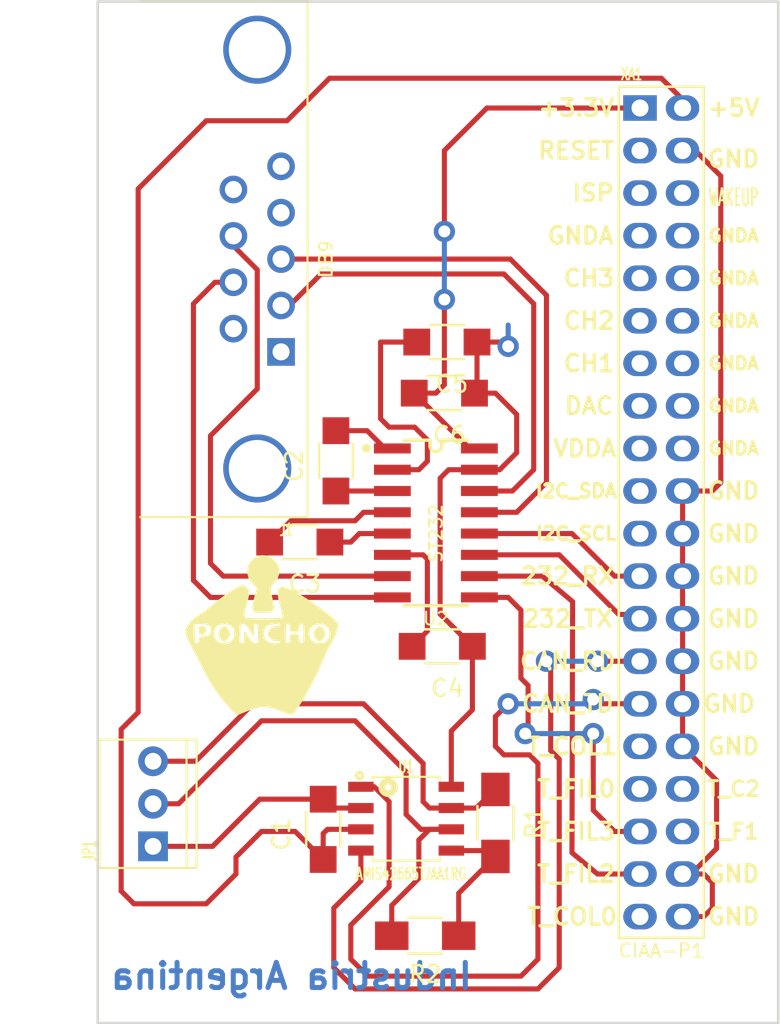
<source format=kicad_pcb>
(kicad_pcb (version 4) (host pcbnew 4.0.0-rc2-stable)

  (general
    (links 44)
    (no_connects 0)
    (area 137.719999 92.634999 178.510001 153.745001)
    (thickness 1.6)
    (drawings 5)
    (tracks 205)
    (zones 0)
    (modules 14)
    (nets 49)
  )

  (page A4)
  (layers
    (0 F.Cu signal)
    (31 B.Cu signal)
    (32 B.Adhes user)
    (33 F.Adhes user)
    (34 B.Paste user)
    (35 F.Paste user)
    (36 B.SilkS user)
    (37 F.SilkS user)
    (38 B.Mask user)
    (39 F.Mask user)
    (40 Dwgs.User user)
    (41 Cmts.User user)
    (42 Eco1.User user)
    (43 Eco2.User user)
    (44 Edge.Cuts user)
    (45 Margin user)
    (46 B.CrtYd user)
    (47 F.CrtYd user)
    (48 B.Fab user)
    (49 F.Fab user)
  )

  (setup
    (last_trace_width 0.3048)
    (user_trace_width 0.3048)
    (trace_clearance 0.3048)
    (zone_clearance 0.508)
    (zone_45_only yes)
    (trace_min 0.3048)
    (segment_width 0.2)
    (edge_width 0.15)
    (via_size 1.27)
    (via_drill 0.7112)
    (via_min_size 0.4)
    (via_min_drill 0.3)
    (user_via 1.27 0.7112)
    (uvia_size 0.3)
    (uvia_drill 0.1)
    (uvias_allowed no)
    (uvia_min_size 0.2)
    (uvia_min_drill 0.1)
    (pcb_text_width 0.3)
    (pcb_text_size 1.5 1.5)
    (mod_edge_width 0.15)
    (mod_text_size 1 1)
    (mod_text_width 0.15)
    (pad_size 1.524 1.524)
    (pad_drill 0.762)
    (pad_to_mask_clearance 0.2)
    (aux_axis_origin 0 0)
    (visible_elements 7FFFFFFF)
    (pcbplotparams
      (layerselection 0x00030_80000001)
      (usegerberextensions false)
      (excludeedgelayer true)
      (linewidth 0.100000)
      (plotframeref false)
      (viasonmask false)
      (mode 1)
      (useauxorigin false)
      (hpglpennumber 1)
      (hpglpenspeed 20)
      (hpglpendiameter 15)
      (hpglpenoverlay 2)
      (psnegative false)
      (psa4output false)
      (plotreference true)
      (plotvalue true)
      (plotinvisibletext false)
      (padsonsilk false)
      (subtractmaskfromsilk false)
      (outputformat 1)
      (mirror false)
      (drillshape 1)
      (scaleselection 1)
      (outputdirectory ""))
  )

  (net 0 "")
  (net 1 GND)
  (net 2 +5V)
  (net 3 "Net-(C2-Pad1)")
  (net 4 "Net-(C2-Pad2)")
  (net 5 "Net-(C3-Pad1)")
  (net 6 "Net-(C3-Pad2)")
  (net 7 "Net-(C4-Pad1)")
  (net 8 "Net-(C5-Pad1)")
  (net 9 +3.3V)
  (net 10 "Net-(J1-Pad1)")
  (net 11 "Net-(J1-Pad2)")
  (net 12 "Net-(J1-Pad3)")
  (net 13 "Net-(J1-Pad4)")
  (net 14 "Net-(J1-Pad6)")
  (net 15 "Net-(J1-Pad7)")
  (net 16 "Net-(J1-Pad8)")
  (net 17 "Net-(J1-Pad9)")
  (net 18 "Net-(JP1-Pad2)")
  (net 19 "Net-(JP1-Pad3)")
  (net 20 "Net-(R1-Pad2)")
  (net 21 /conector/CAN_TX)
  (net 22 /conector/CAN_RX)
  (net 23 /conector/RTS)
  (net 24 /conector/CTS)
  (net 25 /conector/RXD)
  (net 26 /conector/TXD)
  (net 27 "Net-(XA1-Pad11)")
  (net 28 "Net-(XA1-Pad13)")
  (net 29 "Net-(XA1-Pad6)")
  (net 30 "Net-(XA1-Pad15)")
  (net 31 "Net-(XA1-Pad8)")
  (net 32 "Net-(XA1-Pad17)")
  (net 33 "Net-(XA1-Pad10)")
  (net 34 "Net-(XA1-Pad19)")
  (net 35 "Net-(XA1-Pad12)")
  (net 36 "Net-(XA1-Pad21)")
  (net 37 "Net-(XA1-Pad14)")
  (net 38 "Net-(XA1-Pad16)")
  (net 39 "Net-(XA1-Pad18)")
  (net 40 "Net-(XA1-Pad31)")
  (net 41 "Net-(XA1-Pad33)")
  (net 42 "Net-(XA1-Pad34)")
  (net 43 "Net-(XA1-Pad36)")
  (net 44 "Net-(XA1-Pad3)")
  (net 45 "Net-(XA1-Pad5)")
  (net 46 "Net-(XA1-Pad7)")
  (net 47 "Net-(XA1-Pad9)")
  (net 48 "Net-(XA1-Pad39)")

  (net_class Default "Este es el tipo de red por defecto."
    (clearance 0.3048)
    (trace_width 0.3048)
    (via_dia 1.27)
    (via_drill 0.7112)
    (uvia_dia 0.3)
    (uvia_drill 0.1)
    (add_net +3.3V)
    (add_net +5V)
    (add_net /conector/CAN_RX)
    (add_net /conector/CAN_TX)
    (add_net /conector/CTS)
    (add_net /conector/RTS)
    (add_net /conector/RXD)
    (add_net /conector/TXD)
    (add_net GND)
    (add_net "Net-(C2-Pad1)")
    (add_net "Net-(C2-Pad2)")
    (add_net "Net-(C3-Pad1)")
    (add_net "Net-(C3-Pad2)")
    (add_net "Net-(C4-Pad1)")
    (add_net "Net-(C5-Pad1)")
    (add_net "Net-(J1-Pad1)")
    (add_net "Net-(J1-Pad2)")
    (add_net "Net-(J1-Pad3)")
    (add_net "Net-(J1-Pad4)")
    (add_net "Net-(J1-Pad6)")
    (add_net "Net-(J1-Pad7)")
    (add_net "Net-(J1-Pad8)")
    (add_net "Net-(J1-Pad9)")
    (add_net "Net-(JP1-Pad2)")
    (add_net "Net-(JP1-Pad3)")
    (add_net "Net-(R1-Pad2)")
    (add_net "Net-(XA1-Pad10)")
    (add_net "Net-(XA1-Pad11)")
    (add_net "Net-(XA1-Pad12)")
    (add_net "Net-(XA1-Pad13)")
    (add_net "Net-(XA1-Pad14)")
    (add_net "Net-(XA1-Pad15)")
    (add_net "Net-(XA1-Pad16)")
    (add_net "Net-(XA1-Pad17)")
    (add_net "Net-(XA1-Pad18)")
    (add_net "Net-(XA1-Pad19)")
    (add_net "Net-(XA1-Pad21)")
    (add_net "Net-(XA1-Pad3)")
    (add_net "Net-(XA1-Pad31)")
    (add_net "Net-(XA1-Pad33)")
    (add_net "Net-(XA1-Pad34)")
    (add_net "Net-(XA1-Pad36)")
    (add_net "Net-(XA1-Pad39)")
    (add_net "Net-(XA1-Pad5)")
    (add_net "Net-(XA1-Pad6)")
    (add_net "Net-(XA1-Pad7)")
    (add_net "Net-(XA1-Pad8)")
    (add_net "Net-(XA1-Pad9)")
  )

  (module ej2:Logo_Poncho (layer F.Cu) (tedit 560DAFF4) (tstamp 565EF292)
    (at 147.574 130.556)
    (fp_text reference G*** (at 0.127 5.588) (layer F.SilkS) hide
      (effects (font (thickness 0.3)))
    )
    (fp_text value LOGO (at 0.762 7.493) (layer F.SilkS) hide
      (effects (font (thickness 0.3)))
    )
    (fp_poly (pts (xy 4.535714 -0.627021) (xy 4.498746 -0.420109) (xy 4.405012 -0.1352) (xy 4.280272 0.162897)
      (xy 4.150281 0.409374) (xy 4.123376 0.447413) (xy 4.123376 -0.123701) (xy 4.058326 -0.436938)
      (xy 3.869112 -0.644378) (xy 3.564639 -0.737671) (xy 3.463636 -0.742208) (xy 3.129516 -0.681223)
      (xy 2.908248 -0.503835) (xy 2.808734 -0.218392) (xy 2.803896 -0.123701) (xy 2.868946 0.189536)
      (xy 3.058159 0.396975) (xy 3.362633 0.490269) (xy 3.463636 0.494805) (xy 3.797606 0.436492)
      (xy 3.958441 0.32987) (xy 4.092315 0.09203) (xy 4.123376 -0.123701) (xy 4.123376 0.447413)
      (xy 4.089856 0.494805) (xy 4.013749 0.621925) (xy 3.89522 0.861365) (xy 3.753792 1.172585)
      (xy 3.672876 1.360714) (xy 3.421635 1.929272) (xy 3.149718 2.496808) (xy 2.869494 3.041693)
      (xy 2.593334 3.542296) (xy 2.556493 3.603955) (xy 2.556493 -0.123701) (xy 2.552598 -0.439936)
      (xy 2.534834 -0.625484) (xy 2.494089 -0.714524) (xy 2.421247 -0.741238) (xy 2.391558 -0.742208)
      (xy 2.270831 -0.703329) (xy 2.228325 -0.558669) (xy 2.226623 -0.494805) (xy 2.206189 -0.31957)
      (xy 2.109798 -0.254982) (xy 1.97922 -0.247402) (xy 1.803985 -0.267837) (xy 1.739397 -0.364227)
      (xy 1.731818 -0.494805) (xy 1.705898 -0.675896) (xy 1.609459 -0.739655) (xy 1.566883 -0.742208)
      (xy 1.482553 -0.727599) (xy 1.433074 -0.660988) (xy 1.40933 -0.508193) (xy 1.402206 -0.235036)
      (xy 1.401948 -0.123701) (xy 1.405843 0.192533) (xy 1.423606 0.378081) (xy 1.464351 0.467122)
      (xy 1.537193 0.493835) (xy 1.566883 0.494805) (xy 1.680559 0.462518) (xy 1.726426 0.336472)
      (xy 1.731818 0.206169) (xy 1.745609 0.012245) (xy 1.815564 -0.067294) (xy 1.97922 -0.082467)
      (xy 2.145441 -0.066377) (xy 2.213617 0.015237) (xy 2.226623 0.206169) (xy 2.245073 0.405103)
      (xy 2.317099 0.48537) (xy 2.391558 0.494805) (xy 2.475887 0.480197) (xy 2.525367 0.413586)
      (xy 2.549111 0.260791) (xy 2.556234 -0.012366) (xy 2.556493 -0.123701) (xy 2.556493 3.603955)
      (xy 2.33361 3.976986) (xy 2.102692 4.324132) (xy 1.912952 4.562103) (xy 1.781691 4.667512)
      (xy 1.660102 4.654002) (xy 1.438445 4.580892) (xy 1.163465 4.463746) (xy 1.154545 4.459546)
      (xy 1.154545 0.36149) (xy 1.110706 0.268405) (xy 0.956623 0.266159) (xy 0.938776 0.269422)
      (xy 0.717011 0.243945) (xy 0.523128 0.11531) (xy 0.417755 -0.07121) (xy 0.412337 -0.123701)
      (xy 0.484303 -0.318602) (xy 0.658393 -0.472009) (xy 0.871896 -0.536691) (xy 0.949632 -0.528355)
      (xy 1.105982 -0.515384) (xy 1.154279 -0.597467) (xy 1.154545 -0.609566) (xy 1.114247 -0.69528)
      (xy 0.970303 -0.735064) (xy 0.783441 -0.742208) (xy 0.429195 -0.687347) (xy 0.198088 -0.523118)
      (xy 0.090717 -0.250044) (xy 0.082467 -0.123701) (xy 0.144642 0.188869) (xy 0.330769 0.392787)
      (xy 0.640252 0.487526) (xy 0.783441 0.494805) (xy 1.022962 0.480515) (xy 1.134243 0.429291)
      (xy 1.154545 0.36149) (xy 1.154545 4.459546) (xy 1.148315 4.456614) (xy 0.592041 4.256938)
      (xy 0.061238 4.207886) (xy -0.164935 4.249843) (xy -0.164935 -0.123701) (xy -0.168831 -0.439936)
      (xy -0.186594 -0.625484) (xy -0.227339 -0.714524) (xy -0.300181 -0.741238) (xy -0.329871 -0.742208)
      (xy -0.435349 -0.716231) (xy -0.483875 -0.609894) (xy -0.495586 -0.391721) (xy -0.496366 -0.041234)
      (xy -0.706429 -0.391721) (xy -0.874005 -0.625569) (xy -1.029731 -0.729733) (xy -1.117986 -0.742208)
      (xy -1.220495 -0.733937) (xy -1.280586 -0.685976) (xy -1.309571 -0.563603) (xy -1.318762 -0.332094)
      (xy -1.319481 -0.123701) (xy -1.315585 0.192533) (xy -1.297822 0.378081) (xy -1.257077 0.467122)
      (xy -1.184235 0.493835) (xy -1.154546 0.494805) (xy -1.049068 0.468829) (xy -1.000541 0.362492)
      (xy -0.988831 0.144318) (xy -0.98805 -0.206169) (xy -0.777988 0.144318) (xy -0.610412 0.378167)
      (xy -0.454685 0.48233) (xy -0.36643 0.494805) (xy -0.263922 0.486535) (xy -0.203831 0.438574)
      (xy -0.174846 0.3162) (xy -0.165655 0.084692) (xy -0.164935 -0.123701) (xy -0.164935 4.249843)
      (xy -0.48241 4.308738) (xy -0.783442 4.420415) (xy -1.059466 4.535832) (xy -1.285963 4.626797)
      (xy -1.401948 4.669513) (xy -1.518876 4.625399) (xy -1.566884 4.584033) (xy -1.566884 -0.123701)
      (xy -1.631934 -0.436938) (xy -1.821147 -0.644378) (xy -2.12562 -0.737671) (xy -2.226624 -0.742208)
      (xy -2.560743 -0.681223) (xy -2.782012 -0.503835) (xy -2.881525 -0.218392) (xy -2.886364 -0.123701)
      (xy -2.821314 0.189536) (xy -2.6321 0.396975) (xy -2.327627 0.490269) (xy -2.226624 0.494805)
      (xy -1.892653 0.436492) (xy -1.731819 0.32987) (xy -1.597945 0.09203) (xy -1.566884 -0.123701)
      (xy -1.566884 4.584033) (xy -1.717176 4.454536) (xy -1.98582 4.166799) (xy -2.061689 4.078924)
      (xy -2.369861 3.70727) (xy -2.632201 3.363429) (xy -2.870341 3.013116) (xy -2.968832 2.849614)
      (xy -2.968832 -0.32987) (xy -3.007485 -0.54598) (xy -3.140146 -0.67528) (xy -3.391869 -0.734039)
      (xy -3.603832 -0.742208) (xy -4.04091 -0.742208) (xy -4.04091 -0.123701) (xy -4.037014 0.192533)
      (xy -4.019251 0.378081) (xy -3.978506 0.467122) (xy -3.905664 0.493835) (xy -3.875974 0.494805)
      (xy -3.746639 0.446485) (xy -3.711039 0.288637) (xy -3.687673 0.146227) (xy -3.584731 0.090232)
      (xy -3.438897 0.082468) (xy -3.16065 0.034793) (xy -3.008068 -0.114765) (xy -2.968832 -0.32987)
      (xy -2.968832 2.849614) (xy -3.105916 2.622046) (xy -3.360558 2.155935) (xy -3.6559 1.580499)
      (xy -3.724805 1.443182) (xy -3.927446 1.040996) (xy -4.107468 0.68891) (xy -4.250627 0.414385)
      (xy -4.342678 0.24488) (xy -4.366512 0.206169) (xy -4.479713 -0.061738) (xy -4.470402 -0.368299)
      (xy -4.39208 -0.562072) (xy -4.211754 -0.794239) (xy -3.970771 -1.027175) (xy -3.729883 -1.205582)
      (xy -3.628572 -1.257014) (xy -3.515586 -1.328258) (xy -3.31072 -1.481511) (xy -3.047204 -1.691308)
      (xy -2.861153 -1.845142) (xy -2.478394 -2.151727) (xy -2.09396 -2.434151) (xy -1.735885 -2.674156)
      (xy -1.432202 -2.853482) (xy -1.210945 -2.953871) (xy -1.135923 -2.968831) (xy -0.992755 -2.911987)
      (xy -0.868796 -2.807085) (xy -0.798823 -2.718089) (xy -0.768465 -2.621372) (xy -0.779148 -2.476306)
      (xy -0.832302 -2.242261) (xy -0.897248 -1.997411) (xy -1.002077 -1.614541) (xy -1.0637 -1.342913)
      (xy -1.062894 -1.163551) (xy -0.980436 -1.05748) (xy -0.797105 -1.005726) (xy -0.493678 -0.989314)
      (xy -0.050932 -0.989267) (xy 0.123701 -0.98961) (xy 0.616616 -0.993152) (xy 0.963601 -1.004879)
      (xy 1.183529 -1.026446) (xy 1.295275 -1.059505) (xy 1.31948 -1.094352) (xy 1.298521 -1.22034)
      (xy 1.243133 -1.457326) (xy 1.164548 -1.757819) (xy 1.150407 -1.809213) (xy 1.043088 -2.255847)
      (xy 1.008894 -2.569631) (xy 1.048676 -2.765972) (xy 1.163285 -2.860279) (xy 1.208992 -2.870512)
      (xy 1.420553 -2.83991) (xy 1.739874 -2.711189) (xy 2.149801 -2.493929) (xy 2.633175 -2.197713)
      (xy 3.172841 -1.832122) (xy 3.525487 -1.576813) (xy 3.929546 -1.272303) (xy 4.214754 -1.04349)
      (xy 4.398878 -0.873667) (xy 4.499689 -0.746128) (xy 4.534955 -0.644167) (xy 4.535714 -0.627021)
      (xy 4.535714 -0.627021)) (layer F.SilkS) (width 0.1))
    (fp_poly (pts (xy 1.023542 -3.736319) (xy 0.895402 -3.389445) (xy 0.679417 -3.11223) (xy 0.563302 -2.982356)
      (xy 0.508034 -2.869698) (xy 0.506066 -2.720981) (xy 0.549854 -2.48293) (xy 0.574294 -2.370022)
      (xy 0.658312 -1.973188) (xy 0.69611 -1.709422) (xy 0.675383 -1.550382) (xy 0.583822 -1.467723)
      (xy 0.409122 -1.433104) (xy 0.16144 -1.419187) (xy -0.12355 -1.415195) (xy -0.339882 -1.428263)
      (xy -0.43645 -1.453549) (xy -0.490308 -1.618268) (xy -0.466441 -1.923684) (xy -0.365224 -2.365222)
      (xy -0.360015 -2.384058) (xy -0.225225 -2.868872) (xy -0.488808 -3.104404) (xy -0.714353 -3.402585)
      (xy -0.808424 -3.746824) (xy -0.77552 -4.096523) (xy -0.620138 -4.411085) (xy -0.346777 -4.649915)
      (xy -0.31571 -4.666738) (xy 0.033719 -4.763905) (xy 0.380075 -4.71573) (xy 0.68714 -4.538441)
      (xy 0.918691 -4.248265) (xy 0.989692 -4.081895) (xy 1.023542 -3.736319) (xy 1.023542 -3.736319)) (layer F.SilkS) (width 0.1))
    (fp_poly (pts (xy -3.320079 -0.321578) (xy -3.381169 -0.206169) (xy -3.537606 -0.087441) (xy -3.656944 -0.12265)
      (xy -3.710414 -0.301007) (xy -3.711039 -0.32987) (xy -3.666881 -0.523821) (xy -3.553583 -0.57585)
      (xy -3.399915 -0.47517) (xy -3.381169 -0.453571) (xy -3.320079 -0.321578) (xy -3.320079 -0.321578)) (layer F.SilkS) (width 0.1))
    (fp_poly (pts (xy -1.911824 -0.1467) (xy -1.935194 -0.006732) (xy -2.006645 0.114199) (xy -2.128505 0.265484)
      (xy -2.225472 0.329848) (xy -2.226624 0.32987) (xy -2.322643 0.267542) (xy -2.444552 0.117317)
      (xy -2.446603 0.114199) (xy -2.537406 -0.05684) (xy -2.52656 -0.197017) (xy -2.465958 -0.318756)
      (xy -2.343482 -0.473895) (xy -2.226624 -0.536039) (xy -2.106037 -0.47051) (xy -1.987289 -0.318756)
      (xy -1.911824 -0.1467) (xy -1.911824 -0.1467)) (layer F.SilkS) (width 0.1))
    (fp_poly (pts (xy 3.778435 -0.1467) (xy 3.755065 -0.006732) (xy 3.683615 0.114199) (xy 3.561755 0.265484)
      (xy 3.464788 0.329848) (xy 3.463636 0.32987) (xy 3.367616 0.267542) (xy 3.245708 0.117317)
      (xy 3.243657 0.114199) (xy 3.152854 -0.05684) (xy 3.163699 -0.197017) (xy 3.224301 -0.318756)
      (xy 3.346778 -0.473895) (xy 3.463636 -0.536039) (xy 3.584223 -0.47051) (xy 3.702971 -0.318756)
      (xy 3.778435 -0.1467) (xy 3.778435 -0.1467)) (layer F.SilkS) (width 0.1))
  )

  (module ej2:DB9_F_TH (layer F.Cu) (tedit 565607B0) (tstamp 565DFFFC)
    (at 147.32 108.077 90)
    (path /565DDEAF/565E0943)
    (fp_text reference J1 (at -16.165 1.735 180) (layer F.SilkS)
      (effects (font (size 0.7112 0.4572) (thickness 0.1143)))
    )
    (fp_text value DB9 (at 0 4.1 90) (layer F.SilkS)
      (effects (font (size 0.762 0.762) (thickness 0.127)))
    )
    (fp_line (start 15.4 3) (end 15.4 -7) (layer F.SilkS) (width 0.127))
    (fp_line (start 15.4 -9.5) (end 15.4 -7) (layer Dwgs.User) (width 0.127))
    (fp_line (start -15.4 3) (end -15.4 -7) (layer F.SilkS) (width 0.127))
    (fp_line (start -15.4 -9.5) (end -15.4 -7) (layer Dwgs.User) (width 0.127))
    (fp_line (start -15.4 -9.1) (end 15.4 -9.1) (layer Dwgs.User) (width 0.127))
    (fp_arc (start -14.2 -14.3) (end -14.2 -14.5) (angle 90) (layer Dwgs.User) (width 0.127))
    (fp_arc (start -13.8 -14.3) (end -14 -14.3) (angle 90) (layer Dwgs.User) (width 0.127))
    (fp_arc (start -10.8 -14.3) (end -11 -14.3) (angle 90) (layer Dwgs.User) (width 0.127))
    (fp_arc (start -11.2 -14.3) (end -11.2 -14.5) (angle 90) (layer Dwgs.User) (width 0.127))
    (fp_arc (start 11.2 -14.3) (end 11 -14.3) (angle 90) (layer Dwgs.User) (width 0.127))
    (fp_arc (start 10.8 -14.3) (end 10.8 -14.5) (angle 90) (layer Dwgs.User) (width 0.127))
    (fp_arc (start 14.2 -14.3) (end 14 -14.3) (angle 90) (layer Dwgs.User) (width 0.127))
    (fp_arc (start 13.8 -14.3) (end 13.8 -14.5) (angle 90) (layer Dwgs.User) (width 0.127))
    (fp_line (start 10 -14.1) (end 10 -9.5) (layer Dwgs.User) (width 0.127))
    (fp_line (start 15 -14.1) (end 15 -9.5) (layer Dwgs.User) (width 0.127))
    (fp_line (start 10.4 -14.5) (end 14.6 -14.5) (layer Dwgs.User) (width 0.127))
    (fp_line (start -15 -14.1) (end -15 -9.5) (layer Dwgs.User) (width 0.127))
    (fp_line (start -10 -14.1) (end -10 -9.5) (layer Dwgs.User) (width 0.127))
    (fp_line (start -14.6 -14.5) (end -10.4 -14.5) (layer Dwgs.User) (width 0.127))
    (fp_arc (start -14.6 -14.1) (end -15 -14.1) (angle 90) (layer Dwgs.User) (width 0.127))
    (fp_arc (start -10.4 -14.1) (end -10.4 -14.5) (angle 90) (layer Dwgs.User) (width 0.127))
    (fp_arc (start 10.4 -14.1) (end 10 -14.1) (angle 90) (layer Dwgs.User) (width 0.127))
    (fp_arc (start 14.6 -14.1) (end 14.6 -14.5) (angle 90) (layer Dwgs.User) (width 0.127))
    (fp_line (start 14 -14.5) (end 14 -9.5) (layer Dwgs.User) (width 0.127))
    (fp_line (start 11 -14.5) (end 11 -9.5) (layer Dwgs.User) (width 0.127))
    (fp_line (start -11 -14.5) (end -11 -9.5) (layer Dwgs.User) (width 0.127))
    (fp_line (start -14 -14.5) (end -14 -9.5) (layer Dwgs.User) (width 0.127))
    (fp_line (start 7.8 -15.3) (end -7.8 -15.3) (layer Dwgs.User) (width 0.127))
    (fp_line (start 8.2 -14.9) (end 8.2 -9.5) (layer Dwgs.User) (width 0.127))
    (fp_line (start -8.2 -14.9) (end -8.2 -9.5) (layer Dwgs.User) (width 0.127))
    (fp_arc (start -7.8 -14.9) (end -8.2 -14.9) (angle 90) (layer Dwgs.User) (width 0.127))
    (fp_arc (start 7.8 -14.9) (end 7.8 -15.3) (angle 90) (layer Dwgs.User) (width 0.127))
    (fp_line (start 15.4 3) (end -15.4 3) (layer F.SilkS) (width 0.127))
    (fp_line (start -15.4 -9.5) (end 15.4 -9.5) (layer Dwgs.User) (width 0.127))
    (pad 1 thru_hole rect (at -5.5372 1.4224 90) (size 1.651 1.651) (drill 1.016) (layers *.Cu *.Mask)
      (net 10 "Net-(J1-Pad1)"))
    (pad 2 thru_hole circle (at -2.7686 1.4224 90) (size 1.651 1.651) (drill 1.016) (layers *.Cu *.Mask)
      (net 11 "Net-(J1-Pad2)"))
    (pad 3 thru_hole circle (at 0 1.4224 90) (size 1.651 1.651) (drill 1.016) (layers *.Cu *.Mask)
      (net 12 "Net-(J1-Pad3)"))
    (pad 4 thru_hole circle (at 2.7686 1.4224 90) (size 1.651 1.651) (drill 1.016) (layers *.Cu *.Mask)
      (net 13 "Net-(J1-Pad4)"))
    (pad 5 thru_hole circle (at 5.5372 1.4224 90) (size 1.651 1.651) (drill 1.016) (layers *.Cu *.Mask)
      (net 1 GND))
    (pad 6 thru_hole circle (at -4.1529 -1.4224 90) (size 1.651 1.651) (drill 1.016) (layers *.Cu *.Mask)
      (net 14 "Net-(J1-Pad6)"))
    (pad 7 thru_hole circle (at -1.3843 -1.4224 90) (size 1.651 1.651) (drill 1.016) (layers *.Cu *.Mask)
      (net 15 "Net-(J1-Pad7)"))
    (pad 8 thru_hole circle (at 1.3843 -1.4224 90) (size 1.651 1.651) (drill 1.016) (layers *.Cu *.Mask)
      (net 16 "Net-(J1-Pad8)"))
    (pad 9 thru_hole circle (at 4.1529 -1.4224 90) (size 1.651 1.651) (drill 1.016) (layers *.Cu *.Mask)
      (net 17 "Net-(J1-Pad9)"))
    (pad 10 thru_hole circle (at -12.4968 0 90) (size 4.064 4.064) (drill 3.4) (layers *.Cu *.Mask))
    (pad 11 thru_hole circle (at 12.4968 0 90) (size 4.064 4.064) (drill 3.4) (layers *.Cu *.Mask))
    (model ${KIPRJMOD}/ej2.3dshapes/db_9f.wrl
      (at (xyz 0 0.31 0))
      (scale (xyz 1 1.1 1))
      (rotate (xyz 0 0 180))
    )
  )

  (module ej2:CON_PALETA_3 (layer F.Cu) (tedit 55918D28) (tstamp 565E0003)
    (at 141.097 140.589 90)
    (path /565DDEA0/565DECA4)
    (fp_text reference JP1 (at -2.8 -3.8 90) (layer F.SilkS)
      (effects (font (size 0.762 0.4572) (thickness 0.127)))
    )
    (fp_text value CONN_3 (at 0 3.3 90) (layer F.Fab)
      (effects (font (size 0.762 0.4572) (thickness 0.127)))
    )
    (fp_line (start 3.83 -3.2) (end 3.83 2.6) (layer F.SilkS) (width 0.127))
    (fp_line (start -3.83 -3.2) (end 3.83 -3.2) (layer F.SilkS) (width 0.127))
    (fp_line (start -3.83 2.6) (end -3.83 -3.2) (layer F.SilkS) (width 0.127))
    (fp_line (start 3.83 2.6) (end -3.83 2.6) (layer F.SilkS) (width 0.127))
    (fp_line (start 3.83 2) (end -3.83 2) (layer F.SilkS) (width 0.127))
    (pad 1 thru_hole rect (at -2.54 0 90) (size 1.778 1.778) (drill 1) (layers *.Cu *.Mask)
      (net 1 GND))
    (pad 2 thru_hole circle (at 0 0 90) (size 1.778 1.778) (drill 1) (layers *.Cu *.Mask)
      (net 18 "Net-(JP1-Pad2)"))
    (pad 3 thru_hole circle (at 2.54 0 90) (size 1.778 1.778) (drill 1) (layers *.Cu *.Mask)
      (net 19 "Net-(JP1-Pad3)"))
    (model ${KIPRJMOD}/ej2.3dshapes/CON_PALETA_3.wrl
      (at (xyz 0 0.012 0))
      (scale (xyz 0.395 0.395 0.395))
      (rotate (xyz 0 0 180))
    )
  )

  (module ej2:R_1206_HandSoldering (layer F.Cu) (tedit 5418A20D) (tstamp 565E0009)
    (at 161.544 141.732 270)
    (descr "Resistor SMD 1206, hand soldering")
    (tags "resistor 1206")
    (path /565DDEA0/565DED4D)
    (attr smd)
    (fp_text reference R1 (at 0 -2.3 270) (layer F.SilkS)
      (effects (font (size 1 1) (thickness 0.15)))
    )
    (fp_text value R (at 0 2.3 270) (layer F.Fab)
      (effects (font (size 1 1) (thickness 0.15)))
    )
    (fp_line (start -3.3 -1.2) (end 3.3 -1.2) (layer F.CrtYd) (width 0.05))
    (fp_line (start -3.3 1.2) (end 3.3 1.2) (layer F.CrtYd) (width 0.05))
    (fp_line (start -3.3 -1.2) (end -3.3 1.2) (layer F.CrtYd) (width 0.05))
    (fp_line (start 3.3 -1.2) (end 3.3 1.2) (layer F.CrtYd) (width 0.05))
    (fp_line (start 1 1.075) (end -1 1.075) (layer F.SilkS) (width 0.15))
    (fp_line (start -1 -1.075) (end 1 -1.075) (layer F.SilkS) (width 0.15))
    (pad 1 smd rect (at -2 0 270) (size 2 1.7) (layers F.Cu F.Paste F.Mask)
      (net 19 "Net-(JP1-Pad3)"))
    (pad 2 smd rect (at 2 0 270) (size 2 1.7) (layers F.Cu F.Paste F.Mask)
      (net 20 "Net-(R1-Pad2)"))
    (model ${KIPRJMOD}/ej2.3dshapes//R_1206_HandSoldering.wrl
      (at (xyz 0 0 0))
      (scale (xyz 1 1 1))
      (rotate (xyz 0 0 0))
    )
  )

  (module ej2:R_1206_HandSoldering (layer F.Cu) (tedit 5418A20D) (tstamp 565E000F)
    (at 157.353 148.463 180)
    (descr "Resistor SMD 1206, hand soldering")
    (tags "resistor 1206")
    (path /565DDEA0/565DEDAC)
    (attr smd)
    (fp_text reference R2 (at 0 -2.3 180) (layer F.SilkS)
      (effects (font (size 1 1) (thickness 0.15)))
    )
    (fp_text value R (at 0 2.3 180) (layer F.Fab)
      (effects (font (size 1 1) (thickness 0.15)))
    )
    (fp_line (start -3.3 -1.2) (end 3.3 -1.2) (layer F.CrtYd) (width 0.05))
    (fp_line (start -3.3 1.2) (end 3.3 1.2) (layer F.CrtYd) (width 0.05))
    (fp_line (start -3.3 -1.2) (end -3.3 1.2) (layer F.CrtYd) (width 0.05))
    (fp_line (start 3.3 -1.2) (end 3.3 1.2) (layer F.CrtYd) (width 0.05))
    (fp_line (start 1 1.075) (end -1 1.075) (layer F.SilkS) (width 0.15))
    (fp_line (start -1 -1.075) (end 1 -1.075) (layer F.SilkS) (width 0.15))
    (pad 1 smd rect (at -2 0 180) (size 2 1.7) (layers F.Cu F.Paste F.Mask)
      (net 20 "Net-(R1-Pad2)"))
    (pad 2 smd rect (at 2 0 180) (size 2 1.7) (layers F.Cu F.Paste F.Mask)
      (net 18 "Net-(JP1-Pad2)"))
    (model ${KIPRJMOD}/ej2.3dshapes/R_1206_HandSoldering.wrl
      (at (xyz 0 0 0))
      (scale (xyz 1 1 1))
      (rotate (xyz 0 0 0))
    )
  )

  (module ej2:SOIC-8 (layer F.Cu) (tedit 53B412FC) (tstamp 565E001B)
    (at 156.21 141.478)
    (descr SO-8)
    (path /565DDEA0/565DEE5F)
    (fp_text reference U1 (at 0 -3.1) (layer F.SilkS)
      (effects (font (size 0.7112 0.4572) (thickness 0.1143)))
    )
    (fp_text value AMIS42665TJAA1RG (at 0.3 3.3) (layer F.SilkS)
      (effects (font (size 0.7112 0.4572) (thickness 0.1143)))
    )
    (fp_line (start -2 -2.5) (end -2 -2.3) (layer F.SilkS) (width 0.127))
    (fp_line (start -2 2.5) (end -2 2.3) (layer F.SilkS) (width 0.127))
    (fp_line (start 2 2.5) (end 2 2.3) (layer F.SilkS) (width 0.127))
    (fp_line (start 2 -2.5) (end 2 -2.3) (layer F.SilkS) (width 0.127))
    (fp_circle (center -2.7746 -2.5764) (end -2.8 -2.5) (layer F.SilkS) (width 0.2032))
    (fp_line (start 2 -2.5) (end -2 -2.5) (layer F.SilkS) (width 0.127))
    (fp_line (start -2 2.5) (end 2 2.5) (layer F.SilkS) (width 0.127))
    (fp_circle (center -1.0746 -1.8764) (end -1.1 -1.7) (layer F.SilkS) (width 0.4))
    (pad 1 smd rect (at -2.7 -1.905 270) (size 0.6 1.52) (layers F.Cu F.Paste F.Mask)
      (net 21 /conector/CAN_TX))
    (pad 2 smd rect (at -2.7 -0.635 270) (size 0.6 1.52) (layers F.Cu F.Paste F.Mask)
      (net 1 GND))
    (pad 3 smd rect (at -2.7 0.635 270) (size 0.6 1.52) (layers F.Cu F.Paste F.Mask)
      (net 2 +5V))
    (pad 4 smd rect (at -2.7 1.905 270) (size 0.6 1.52) (layers F.Cu F.Paste F.Mask)
      (net 22 /conector/CAN_RX))
    (pad 5 smd rect (at 2.7 1.905 270) (size 0.6 1.52) (layers F.Cu F.Paste F.Mask)
      (net 20 "Net-(R1-Pad2)"))
    (pad 6 smd rect (at 2.7 0.635 270) (size 0.6 1.52) (layers F.Cu F.Paste F.Mask)
      (net 18 "Net-(JP1-Pad2)"))
    (pad 7 smd rect (at 2.7 -0.635 270) (size 0.6 1.52) (layers F.Cu F.Paste F.Mask)
      (net 19 "Net-(JP1-Pad3)"))
    (pad 8 smd rect (at 2.7 -1.905 270) (size 0.6 1.52) (layers F.Cu F.Paste F.Mask)
      (net 1 GND))
    (model ${KIPRJMOD}/ej2.3dshapes/so-8.wrl
      (at (xyz 0 0 0))
      (scale (xyz 1 1 1))
      (rotate (xyz 0 0 90))
    )
  )

  (module ej2:SP3232ECN-SOIC16N (layer F.Cu) (tedit 5656340C) (tstamp 565E002F)
    (at 157.988 123.825 270)
    (descr "SMALL OUTLINE INTEGRATED CIRCUIT")
    (tags "SMALL OUTLINE INTEGRATED CIRCUIT")
    (path /565DDEAF/565DE4AB)
    (attr smd)
    (fp_text reference U2 (at 5.715 0 360) (layer F.SilkS)
      (effects (font (size 0.762 0.762) (thickness 0.1143)))
    )
    (fp_text value ST232 (at 0.635 0 270) (layer F.SilkS)
      (effects (font (size 0.762 0.762) (thickness 0.1143)))
    )
    (fp_line (start -4.6 0.35) (end -4.9 0.35) (layer F.SilkS) (width 0.2032))
    (fp_line (start -4.6 -0.35) (end -4.9 -0.35) (layer F.SilkS) (width 0.2032))
    (fp_arc (start -4.6 0) (end -4.6 -0.35) (angle 180) (layer F.SilkS) (width 0.2032))
    (fp_circle (center -4.45 4.15) (end -4.35 4.05) (layer F.SilkS) (width 0.254))
    (fp_line (start -4.93776 1.89992) (end -4.93776 0.35) (layer F.SilkS) (width 0.2032))
    (fp_line (start -4.93776 -0.35) (end -4.93776 -1.89992) (layer F.SilkS) (width 0.2032))
    (fp_line (start 4.93776 -1.89992) (end 4.93776 1.39954) (layer F.SilkS) (width 0.2032))
    (fp_line (start 4.93776 1.39954) (end 4.93776 1.89992) (layer F.SilkS) (width 0.2032))
    (pad 1 smd rect (at -4.445 2.59842 270) (size 0.59944 2.19964) (layers F.Cu F.Paste F.Mask)
      (net 3 "Net-(C2-Pad1)"))
    (pad 2 smd rect (at -3.175 2.59842 270) (size 0.59944 2.19964) (layers F.Cu F.Paste F.Mask)
      (net 8 "Net-(C5-Pad1)"))
    (pad 3 smd rect (at -1.905 2.59842 270) (size 0.59944 2.19964) (layers F.Cu F.Paste F.Mask)
      (net 4 "Net-(C2-Pad2)"))
    (pad 4 smd rect (at -0.635 2.59842 270) (size 0.59944 2.19964) (layers F.Cu F.Paste F.Mask)
      (net 5 "Net-(C3-Pad1)"))
    (pad 5 smd rect (at 0.635 2.59842 270) (size 0.59944 2.19964) (layers F.Cu F.Paste F.Mask)
      (net 6 "Net-(C3-Pad2)"))
    (pad 6 smd rect (at 1.905 2.59842 270) (size 0.59944 2.19964) (layers F.Cu F.Paste F.Mask)
      (net 7 "Net-(C4-Pad1)"))
    (pad 7 smd rect (at 3.175 2.59842 270) (size 0.59944 2.19964) (layers F.Cu F.Paste F.Mask)
      (net 16 "Net-(J1-Pad8)"))
    (pad 8 smd rect (at 4.445 2.59842 270) (size 0.59944 2.19964) (layers F.Cu F.Paste F.Mask)
      (net 15 "Net-(J1-Pad7)"))
    (pad 9 smd rect (at 4.445 -2.59842 270) (size 0.59944 2.19964) (layers F.Cu F.Paste F.Mask)
      (net 23 /conector/RTS))
    (pad 10 smd rect (at 3.175 -2.59842 270) (size 0.59944 2.19964) (layers F.Cu F.Paste F.Mask)
      (net 24 /conector/CTS))
    (pad 11 smd rect (at 1.905 -2.59842 270) (size 0.59944 2.19964) (layers F.Cu F.Paste F.Mask)
      (net 25 /conector/RXD))
    (pad 12 smd rect (at 0.635 -2.59842 270) (size 0.59944 2.19964) (layers F.Cu F.Paste F.Mask)
      (net 26 /conector/TXD))
    (pad 13 smd rect (at -0.635 -2.59842 270) (size 0.59944 2.19964) (layers F.Cu F.Paste F.Mask)
      (net 12 "Net-(J1-Pad3)"))
    (pad 14 smd rect (at -1.905 -2.59842 270) (size 0.59944 2.19964) (layers F.Cu F.Paste F.Mask)
      (net 11 "Net-(J1-Pad2)"))
    (pad 15 smd rect (at -3.175 -2.59842 270) (size 0.59944 2.19964) (layers F.Cu F.Paste F.Mask)
      (net 1 GND))
    (pad 16 smd rect (at -4.445 -2.59842 270) (size 0.59944 2.19964) (layers F.Cu F.Paste F.Mask)
      (net 9 +3.3V))
    (model ${KIPRJMOD}/ej2.3dshapes/so-16.wrl
      (at (xyz 0 0 0))
      (scale (xyz 1 1 1))
      (rotate (xyz 0 0 0))
    )
  )

  (module ej2:Conn_Poncho_Derecha (layer F.Cu) (tedit 565779F5) (tstamp 565E005B)
    (at 170.18 99.06)
    (tags "CONN Poncho")
    (path /565DDEA0/565DE7A8)
    (fp_text reference XA1 (at -0.508 -2.032) (layer F.SilkS)
      (effects (font (size 0.7112 0.4572) (thickness 0.1143)))
    )
    (fp_text value Conn_Poncho2P_2x_20x2 (at -1.905 51.181) (layer F.SilkS) hide
      (effects (font (size 0.7112 0.4572) (thickness 0.1143)))
    )
    (fp_text user GND (at 5.588 48.26) (layer F.SilkS)
      (effects (font (size 1 1) (thickness 0.2)))
    )
    (fp_text user GND (at 5.588 45.72) (layer F.SilkS)
      (effects (font (size 1 1) (thickness 0.2)))
    )
    (fp_text user T_F1 (at 5.588 43.18) (layer F.SilkS)
      (effects (font (size 0.9 0.9) (thickness 0.18)))
    )
    (fp_text user T_C2 (at 5.588 40.64) (layer F.SilkS)
      (effects (font (size 0.9 0.9) (thickness 0.18)))
    )
    (fp_text user GND (at 5.588 38.1) (layer F.SilkS)
      (effects (font (size 1 1) (thickness 0.2)))
    )
    (fp_text user GND (at 5.334 35.56) (layer F.SilkS)
      (effects (font (size 1 1) (thickness 0.2)))
    )
    (fp_text user GND (at 5.588 33.02) (layer F.SilkS)
      (effects (font (size 1 1) (thickness 0.2)))
    )
    (fp_text user GND (at 5.588 30.48) (layer F.SilkS)
      (effects (font (size 1 1) (thickness 0.2)))
    )
    (fp_text user GND (at 5.588 27.94) (layer F.SilkS)
      (effects (font (size 1 1) (thickness 0.2)))
    )
    (fp_text user GND (at 5.588 25.4) (layer F.SilkS)
      (effects (font (size 1 1) (thickness 0.2)))
    )
    (fp_text user GND (at 5.588 22.86) (layer F.SilkS)
      (effects (font (size 1 1) (thickness 0.2)))
    )
    (fp_text user GNDA (at 5.588 20.32) (layer F.SilkS)
      (effects (font (size 0.76 0.76) (thickness 0.19)))
    )
    (fp_text user GNDA (at 5.588 17.78) (layer F.SilkS)
      (effects (font (size 0.76 0.76) (thickness 0.19)))
    )
    (fp_text user GNDA (at 5.588 15.24) (layer F.SilkS)
      (effects (font (size 0.76 0.76) (thickness 0.19)))
    )
    (fp_text user GNDA (at 5.588 12.7) (layer F.SilkS)
      (effects (font (size 0.76 0.76) (thickness 0.19)))
    )
    (fp_text user GNDA (at 5.588 10.16) (layer F.SilkS)
      (effects (font (size 0.76 0.76) (thickness 0.19)))
    )
    (fp_text user GNDA (at 5.588 7.62) (layer F.SilkS)
      (effects (font (size 0.76 0.76) (thickness 0.19)))
    )
    (fp_text user WAKEUP (at 5.588 5.334) (layer F.SilkS)
      (effects (font (size 1 0.5) (thickness 0.125)))
    )
    (fp_text user GND (at 5.588 3.048) (layer F.SilkS)
      (effects (font (size 1 1) (thickness 0.2)))
    )
    (fp_text user +5V (at 5.588 0) (layer F.SilkS)
      (effects (font (size 1 1) (thickness 0.2)))
    )
    (fp_text user T_COL0 (at -4.064 48.26) (layer F.SilkS)
      (effects (font (size 1 1) (thickness 0.2)))
    )
    (fp_text user T_FIL2 (at -3.81 45.72) (layer F.SilkS)
      (effects (font (size 1 1) (thickness 0.2)))
    )
    (fp_text user T_FIL3 (at -3.81 43.18) (layer F.SilkS)
      (effects (font (size 1 1) (thickness 0.2)))
    )
    (fp_text user T_FIL0 (at -3.81 40.64) (layer F.SilkS)
      (effects (font (size 1 1) (thickness 0.2)))
    )
    (fp_text user T_COL1 (at -4.064 38.1) (layer F.SilkS)
      (effects (font (size 1 1) (thickness 0.2)))
    )
    (fp_text user CAN_TD (at -4.318 35.56) (layer F.SilkS)
      (effects (font (size 1 1) (thickness 0.2)))
    )
    (fp_text user CAN_RD (at -4.318 33.02) (layer F.SilkS)
      (effects (font (size 1 1) (thickness 0.2)))
    )
    (fp_text user 232_TX (at -4.318 30.48) (layer F.SilkS)
      (effects (font (size 1 1) (thickness 0.2)))
    )
    (fp_text user 232_RX (at -4.318 27.94) (layer F.SilkS)
      (effects (font (size 1 1) (thickness 0.2)))
    )
    (fp_text user I2C_SCL (at -3.81 25.4) (layer F.SilkS)
      (effects (font (size 0.8 0.8) (thickness 0.2)))
    )
    (fp_text user I2C_SDA (at -3.81 22.86) (layer F.SilkS)
      (effects (font (size 0.8 0.8) (thickness 0.2)))
    )
    (fp_text user VDDA (at -3.302 20.32) (layer F.SilkS)
      (effects (font (size 1 1) (thickness 0.2)))
    )
    (fp_text user DAC (at -3.048 17.78) (layer F.SilkS)
      (effects (font (size 1 1) (thickness 0.2)))
    )
    (fp_text user CH1 (at -3.048 15.24) (layer F.SilkS)
      (effects (font (size 1 1) (thickness 0.2)))
    )
    (fp_text user CH2 (at -3.048 12.7) (layer F.SilkS)
      (effects (font (size 1 1) (thickness 0.2)))
    )
    (fp_text user CH3 (at -3.048 10.16) (layer F.SilkS)
      (effects (font (size 1 1) (thickness 0.2)))
    )
    (fp_text user GNDA (at -3.556 7.62) (layer F.SilkS)
      (effects (font (size 1 1) (thickness 0.2)))
    )
    (fp_text user ISP (at -2.794 5.08) (layer F.SilkS)
      (effects (font (size 1 1) (thickness 0.2)))
    )
    (fp_text user RESET (at -3.81 2.54) (layer F.SilkS)
      (effects (font (size 1 1) (thickness 0.2)))
    )
    (fp_text user CIAA-P1 (at 1.27 50.292) (layer F.SilkS)
      (effects (font (size 0.8 0.8) (thickness 0.12)))
    )
    (fp_text user +3.3V (at -3.81 0) (layer F.SilkS)
      (effects (font (size 1 1) (thickness 0.2)))
    )
    (fp_line (start -1.27 49.53) (end -1.27 -1.27) (layer F.SilkS) (width 0.15))
    (fp_line (start 3.81 49.53) (end 3.81 -1.27) (layer F.SilkS) (width 0.15))
    (fp_line (start 3.81 49.53) (end -1.27 49.53) (layer F.SilkS) (width 0.15))
    (fp_line (start 3.81 -1.27) (end -1.27 -1.27) (layer F.SilkS) (width 0.15))
    (pad 1 thru_hole rect (at 0 0 270) (size 1.524 2) (drill 1.016) (layers *.Cu *.Mask)
      (net 9 +3.3V))
    (pad 2 thru_hole oval (at 2.54 0 270) (size 1.524 2) (drill 1.016) (layers *.Cu *.Mask)
      (net 2 +5V))
    (pad 11 thru_hole oval (at 0 12.7 270) (size 1.524 2) (drill 1.016) (layers *.Cu *.Mask)
      (net 27 "Net-(XA1-Pad11)"))
    (pad 4 thru_hole oval (at 2.54 2.54 270) (size 1.524 2) (drill 1.016) (layers *.Cu *.Mask)
      (net 1 GND))
    (pad 13 thru_hole oval (at 0 15.24 270) (size 1.524 2) (drill 1.016) (layers *.Cu *.Mask)
      (net 28 "Net-(XA1-Pad13)"))
    (pad 6 thru_hole oval (at 2.54 5.08 270) (size 1.524 2) (drill 1.016) (layers *.Cu *.Mask)
      (net 29 "Net-(XA1-Pad6)"))
    (pad 15 thru_hole oval (at 0 17.78 270) (size 1.524 2) (drill 1.016) (layers *.Cu *.Mask)
      (net 30 "Net-(XA1-Pad15)"))
    (pad 8 thru_hole oval (at 2.54 7.62 270) (size 1.524 2) (drill 1.016) (layers *.Cu *.Mask)
      (net 31 "Net-(XA1-Pad8)"))
    (pad 17 thru_hole oval (at 0 20.32 270) (size 1.524 2) (drill 1.016) (layers *.Cu *.Mask)
      (net 32 "Net-(XA1-Pad17)"))
    (pad 10 thru_hole oval (at 2.54 10.16 270) (size 1.524 2) (drill 1.016) (layers *.Cu *.Mask)
      (net 33 "Net-(XA1-Pad10)"))
    (pad 19 thru_hole oval (at 0 22.86 270) (size 1.524 2) (drill 1.016) (layers *.Cu *.Mask)
      (net 34 "Net-(XA1-Pad19)"))
    (pad 12 thru_hole oval (at 2.54 12.7 270) (size 1.524 2) (drill 1.016) (layers *.Cu *.Mask)
      (net 35 "Net-(XA1-Pad12)"))
    (pad 21 thru_hole oval (at 0 25.4 270) (size 1.524 2) (drill 1.016) (layers *.Cu *.Mask)
      (net 36 "Net-(XA1-Pad21)"))
    (pad 14 thru_hole oval (at 2.54 15.24 270) (size 1.524 2) (drill 1.016) (layers *.Cu *.Mask)
      (net 37 "Net-(XA1-Pad14)"))
    (pad 23 thru_hole oval (at 0 27.94 270) (size 1.524 2) (drill 1.016) (layers *.Cu *.Mask)
      (net 26 /conector/TXD))
    (pad 16 thru_hole oval (at 2.54 17.78 270) (size 1.524 2) (drill 1.016) (layers *.Cu *.Mask)
      (net 38 "Net-(XA1-Pad16)"))
    (pad 25 thru_hole oval (at 0 30.48 270) (size 1.524 2) (drill 1.016) (layers *.Cu *.Mask)
      (net 25 /conector/RXD))
    (pad 18 thru_hole oval (at 2.54 20.32 270) (size 1.524 2) (drill 1.016) (layers *.Cu *.Mask)
      (net 39 "Net-(XA1-Pad18)"))
    (pad 27 thru_hole oval (at 0 33.02 270) (size 1.524 2) (drill 1.016) (layers *.Cu *.Mask)
      (net 22 /conector/CAN_RX))
    (pad 20 thru_hole oval (at 2.54 22.86 270) (size 1.524 2) (drill 1.016) (layers *.Cu *.Mask)
      (net 1 GND))
    (pad 29 thru_hole oval (at 0 35.56 270) (size 1.524 2) (drill 1.016) (layers *.Cu *.Mask)
      (net 21 /conector/CAN_TX))
    (pad 22 thru_hole oval (at 2.54 25.4 270) (size 1.524 2) (drill 1.016) (layers *.Cu *.Mask)
      (net 1 GND))
    (pad 31 thru_hole oval (at 0 38.1 270) (size 1.524 2) (drill 1.016) (layers *.Cu *.Mask)
      (net 40 "Net-(XA1-Pad31)"))
    (pad 24 thru_hole oval (at 2.54 27.94 270) (size 1.524 2) (drill 1.016) (layers *.Cu *.Mask)
      (net 1 GND))
    (pad 26 thru_hole oval (at 2.54 30.48 270) (size 1.524 2) (drill 1.016) (layers *.Cu *.Mask)
      (net 1 GND))
    (pad 33 thru_hole oval (at 0 40.64 270) (size 1.524 2) (drill 1.016) (layers *.Cu *.Mask)
      (net 41 "Net-(XA1-Pad33)"))
    (pad 28 thru_hole oval (at 2.54 33.02 270) (size 1.524 2) (drill 1.016) (layers *.Cu *.Mask)
      (net 1 GND))
    (pad 32 thru_hole oval (at 2.54 38.1 270) (size 1.524 2) (drill 1.016) (layers *.Cu *.Mask)
      (net 1 GND))
    (pad 34 thru_hole oval (at 2.54 40.64 270) (size 1.524 2) (drill 1.016) (layers *.Cu *.Mask)
      (net 42 "Net-(XA1-Pad34)"))
    (pad 36 thru_hole oval (at 2.54 43.18 270) (size 1.524 2) (drill 1.016) (layers *.Cu *.Mask)
      (net 43 "Net-(XA1-Pad36)"))
    (pad 38 thru_hole oval (at 2.54 45.72 270) (size 1.524 2) (drill 1.016) (layers *.Cu *.Mask)
      (net 1 GND))
    (pad 35 thru_hole oval (at 0 43.18 270) (size 1.524 2) (drill 1.016) (layers *.Cu *.Mask)
      (net 23 /conector/RTS))
    (pad 37 thru_hole oval (at 0 45.72 270) (size 1.524 2) (drill 1.016) (layers *.Cu *.Mask)
      (net 24 /conector/CTS))
    (pad 3 thru_hole oval (at 0 2.54 270) (size 1.524 2) (drill 1.016) (layers *.Cu *.Mask)
      (net 44 "Net-(XA1-Pad3)"))
    (pad 5 thru_hole oval (at 0 5.08 270) (size 1.524 2) (drill 1.016) (layers *.Cu *.Mask)
      (net 45 "Net-(XA1-Pad5)"))
    (pad 7 thru_hole oval (at 0 7.62 270) (size 1.524 2) (drill 1.016) (layers *.Cu *.Mask)
      (net 46 "Net-(XA1-Pad7)"))
    (pad 9 thru_hole oval (at 0 10.16 270) (size 1.524 2) (drill 1.016) (layers *.Cu *.Mask)
      (net 47 "Net-(XA1-Pad9)"))
    (pad 39 thru_hole oval (at 0 48.26 270) (size 1.524 2) (drill 1.016) (layers *.Cu *.Mask)
      (net 48 "Net-(XA1-Pad39)"))
    (pad 40 thru_hole oval (at 2.54 48.26 270) (size 1.524 2) (drill 1.016) (layers *.Cu *.Mask)
      (net 1 GND))
    (pad 30 thru_hole oval (at 2.54 35.56 270) (size 1.524 2) (drill 1.016) (layers *.Cu *.Mask)
      (net 1 GND))
    (model ${KIPRJMOD}/ej2.3dshapes/pin_strip_20x2.wrl
      (at (xyz 0.05 -0.95 -0.063))
      (scale (xyz 1 1 1))
      (rotate (xyz 180 0 90))
    )
  )

  (module ej2:C_1206_handSoldering (layer F.Cu) (tedit 565E0972) (tstamp 565E0C3B)
    (at 151.257 142.113 270)
    (path /565DDEA0/565DEEFB)
    (fp_text reference C1 (at 0.3 2.5 270) (layer F.SilkS)
      (effects (font (size 1 1) (thickness 0.15)))
    )
    (fp_text value C (at 0.4 -2.3 270) (layer F.Fab)
      (effects (font (size 1 1) (thickness 0.15)))
    )
    (fp_line (start -2.9 1.2) (end -2.9 -1.2) (layer F.CrtYd) (width 0.15))
    (fp_line (start 2.9 1.2) (end -2.9 1.2) (layer F.CrtYd) (width 0.15))
    (fp_line (start 2.9 -1.2) (end 2.9 1.2) (layer F.CrtYd) (width 0.15))
    (fp_line (start -2.9 -1.2) (end 2.9 -1.2) (layer F.CrtYd) (width 0.15))
    (fp_line (start -1.016 1.016) (end 1.016 1.016) (layer F.SilkS) (width 0.15))
    (fp_line (start -1.016 -1.016) (end 1.016 -1.016) (layer F.SilkS) (width 0.15))
    (pad 1 smd rect (at -1.8 0 270) (size 1.6 1.6) (layers F.Cu F.Paste)
      (net 1 GND))
    (pad 2 smd rect (at 1.8 0 270) (size 1.6 1.6) (layers F.Cu F.Paste)
      (net 2 +5V))
    (model ${KIPRJMOD}/ej2.3dshapes/R_1206_HandSoldering.wrl
      (at (xyz 0 0 0))
      (scale (xyz 1 1 1))
      (rotate (xyz 0 0 0))
    )
  )

  (module ej2:C_1206_handSoldering (layer F.Cu) (tedit 565E0972) (tstamp 565E0C46)
    (at 152.019 120.12 270)
    (path /565DDEAF/565E01AA)
    (fp_text reference C2 (at 0.3 2.5 270) (layer F.SilkS)
      (effects (font (size 1 1) (thickness 0.15)))
    )
    (fp_text value 100nF (at 0.4 -2.3 270) (layer F.Fab)
      (effects (font (size 1 1) (thickness 0.15)))
    )
    (fp_line (start -2.9 1.2) (end -2.9 -1.2) (layer F.CrtYd) (width 0.15))
    (fp_line (start 2.9 1.2) (end -2.9 1.2) (layer F.CrtYd) (width 0.15))
    (fp_line (start 2.9 -1.2) (end 2.9 1.2) (layer F.CrtYd) (width 0.15))
    (fp_line (start -2.9 -1.2) (end 2.9 -1.2) (layer F.CrtYd) (width 0.15))
    (fp_line (start -1.016 1.016) (end 1.016 1.016) (layer F.SilkS) (width 0.15))
    (fp_line (start -1.016 -1.016) (end 1.016 -1.016) (layer F.SilkS) (width 0.15))
    (pad 1 smd rect (at -1.8 0 270) (size 1.6 1.6) (layers F.Cu F.Paste)
      (net 3 "Net-(C2-Pad1)"))
    (pad 2 smd rect (at 1.8 0 270) (size 1.6 1.6) (layers F.Cu F.Paste)
      (net 4 "Net-(C2-Pad2)"))
    (model ${KIPRJMOD}/ej2.3dshapes/R_1206_HandSoldering.wrl
      (at (xyz 0 0 0))
      (scale (xyz 1 1 1))
      (rotate (xyz 0 0 0))
    )
  )

  (module ej2:C_1206_handSoldering (layer F.Cu) (tedit 565E0972) (tstamp 565E0C51)
    (at 149.86 124.968)
    (path /565DDEAF/565E0277)
    (fp_text reference C3 (at 0.3 2.5) (layer F.SilkS)
      (effects (font (size 1 1) (thickness 0.15)))
    )
    (fp_text value 100nF (at 0.4 -2.3) (layer F.Fab)
      (effects (font (size 1 1) (thickness 0.15)))
    )
    (fp_line (start -2.9 1.2) (end -2.9 -1.2) (layer F.CrtYd) (width 0.15))
    (fp_line (start 2.9 1.2) (end -2.9 1.2) (layer F.CrtYd) (width 0.15))
    (fp_line (start 2.9 -1.2) (end 2.9 1.2) (layer F.CrtYd) (width 0.15))
    (fp_line (start -2.9 -1.2) (end 2.9 -1.2) (layer F.CrtYd) (width 0.15))
    (fp_line (start -1.016 1.016) (end 1.016 1.016) (layer F.SilkS) (width 0.15))
    (fp_line (start -1.016 -1.016) (end 1.016 -1.016) (layer F.SilkS) (width 0.15))
    (pad 1 smd rect (at -1.8 0) (size 1.6 1.6) (layers F.Cu F.Paste)
      (net 5 "Net-(C3-Pad1)"))
    (pad 2 smd rect (at 1.8 0) (size 1.6 1.6) (layers F.Cu F.Paste)
      (net 6 "Net-(C3-Pad2)"))
    (model ${KIPRJMOD}/ej2.3dshapes/R_1206_HandSoldering.wrl
      (at (xyz 0 0 0))
      (scale (xyz 1 1 1))
      (rotate (xyz 0 0 0))
    )
  )

  (module ej2:C_1206_handSoldering (layer F.Cu) (tedit 565E0972) (tstamp 565E0C5C)
    (at 158.369 131.191)
    (path /565DDEAF/565E06F9)
    (fp_text reference C4 (at 0.3 2.5) (layer F.SilkS)
      (effects (font (size 1 1) (thickness 0.15)))
    )
    (fp_text value 100nF (at 0.4 -2.3) (layer F.Fab)
      (effects (font (size 1 1) (thickness 0.15)))
    )
    (fp_line (start -2.9 1.2) (end -2.9 -1.2) (layer F.CrtYd) (width 0.15))
    (fp_line (start 2.9 1.2) (end -2.9 1.2) (layer F.CrtYd) (width 0.15))
    (fp_line (start 2.9 -1.2) (end 2.9 1.2) (layer F.CrtYd) (width 0.15))
    (fp_line (start -2.9 -1.2) (end 2.9 -1.2) (layer F.CrtYd) (width 0.15))
    (fp_line (start -1.016 1.016) (end 1.016 1.016) (layer F.SilkS) (width 0.15))
    (fp_line (start -1.016 -1.016) (end 1.016 -1.016) (layer F.SilkS) (width 0.15))
    (pad 1 smd rect (at -1.8 0) (size 1.6 1.6) (layers F.Cu F.Paste)
      (net 7 "Net-(C4-Pad1)"))
    (pad 2 smd rect (at 1.8 0) (size 1.6 1.6) (layers F.Cu F.Paste)
      (net 1 GND))
    (model ${KIPRJMOD}/ej2.3dshapes/R_1206_HandSoldering.wrl
      (at (xyz 0 0 0))
      (scale (xyz 1 1 1))
      (rotate (xyz 0 0 0))
    )
  )

  (module ej2:C_1206_handSoldering (layer F.Cu) (tedit 565E0972) (tstamp 565E0C67)
    (at 158.645 113.03)
    (path /565DDEAF/565E06A0)
    (fp_text reference C5 (at 0.3 2.5) (layer F.SilkS)
      (effects (font (size 1 1) (thickness 0.15)))
    )
    (fp_text value 100nF (at 0.4 -2.3) (layer F.Fab)
      (effects (font (size 1 1) (thickness 0.15)))
    )
    (fp_line (start -2.9 1.2) (end -2.9 -1.2) (layer F.CrtYd) (width 0.15))
    (fp_line (start 2.9 1.2) (end -2.9 1.2) (layer F.CrtYd) (width 0.15))
    (fp_line (start 2.9 -1.2) (end 2.9 1.2) (layer F.CrtYd) (width 0.15))
    (fp_line (start -2.9 -1.2) (end 2.9 -1.2) (layer F.CrtYd) (width 0.15))
    (fp_line (start -1.016 1.016) (end 1.016 1.016) (layer F.SilkS) (width 0.15))
    (fp_line (start -1.016 -1.016) (end 1.016 -1.016) (layer F.SilkS) (width 0.15))
    (pad 1 smd rect (at -1.8 0) (size 1.6 1.6) (layers F.Cu F.Paste)
      (net 8 "Net-(C5-Pad1)"))
    (pad 2 smd rect (at 1.8 0) (size 1.6 1.6) (layers F.Cu F.Paste)
      (net 1 GND))
    (model ${KIPRJMOD}/ej2.3dshapes/R_1206_HandSoldering.wrl
      (at (xyz 0 0 0))
      (scale (xyz 1 1 1))
      (rotate (xyz 0 0 0))
    )
  )

  (module ej2:C_1206_handSoldering (layer F.Cu) (tedit 565E0972) (tstamp 565E0C72)
    (at 158.496 116.078)
    (path /565DDEAF/565E04DC)
    (fp_text reference C6 (at 0.3 2.5) (layer F.SilkS)
      (effects (font (size 1 1) (thickness 0.15)))
    )
    (fp_text value 100nF (at 0.4 -2.3) (layer F.Fab)
      (effects (font (size 1 1) (thickness 0.15)))
    )
    (fp_line (start -2.9 1.2) (end -2.9 -1.2) (layer F.CrtYd) (width 0.15))
    (fp_line (start 2.9 1.2) (end -2.9 1.2) (layer F.CrtYd) (width 0.15))
    (fp_line (start 2.9 -1.2) (end 2.9 1.2) (layer F.CrtYd) (width 0.15))
    (fp_line (start -2.9 -1.2) (end 2.9 -1.2) (layer F.CrtYd) (width 0.15))
    (fp_line (start -1.016 1.016) (end 1.016 1.016) (layer F.SilkS) (width 0.15))
    (fp_line (start -1.016 -1.016) (end 1.016 -1.016) (layer F.SilkS) (width 0.15))
    (pad 1 smd rect (at -1.8 0) (size 1.6 1.6) (layers F.Cu F.Paste)
      (net 9 +3.3V))
    (pad 2 smd rect (at 1.8 0) (size 1.6 1.6) (layers F.Cu F.Paste)
      (net 1 GND))
    (model ${KIPRJMOD}/ej2.3dshapes/R_1206_HandSoldering.wrl
      (at (xyz 0 0 0))
      (scale (xyz 1 1 1))
      (rotate (xyz 0 0 0))
    )
  )

  (gr_text "Industria Argentina" (at 149.352 150.876) (layer B.Cu)
    (effects (font (size 1.5 1.5) (thickness 0.3)) (justify mirror))
  )
  (gr_line (start 137.795 153.67) (end 178.435 153.67) (layer Edge.Cuts) (width 0.15))
  (gr_line (start 137.795 92.71) (end 137.795 153.67) (layer Edge.Cuts) (width 0.15))
  (gr_line (start 178.435 92.71) (end 137.795 92.71) (layer Edge.Cuts) (width 0.15))
  (gr_line (start 178.435 153.67) (end 178.435 92.71) (layer Edge.Cuts) (width 0.15))

  (segment (start 162.306 112.014) (end 162.306 113.284) (width 0.3048) (layer B.Cu) (net 1))
  (segment (start 160.445 113.03) (end 162.052 113.03) (width 0.3048) (layer F.Cu) (net 1))
  (segment (start 162.052 113.03) (end 162.306 113.284) (width 0.3048) (layer F.Cu) (net 1))
  (via (at 162.306 113.284) (size 1.27) (drill 0.7112) (layers F.Cu B.Cu) (net 1))
  (segment (start 160.58642 120.65) (end 158.75 120.65) (width 0.3048) (layer F.Cu) (net 1))
  (segment (start 158.242 129.264) (end 160.169 131.191) (width 0.3048) (layer F.Cu) (net 1) (tstamp 565EE87E))
  (segment (start 158.242 121.158) (end 158.242 129.264) (width 0.3048) (layer F.Cu) (net 1) (tstamp 565EE879))
  (segment (start 158.75 120.65) (end 158.242 121.158) (width 0.3048) (layer F.Cu) (net 1) (tstamp 565EE874))
  (segment (start 172.72 124.46) (end 172.72 121.92) (width 0.3048) (layer F.Cu) (net 1))
  (segment (start 172.72 127) (end 172.72 124.46) (width 0.3048) (layer F.Cu) (net 1))
  (segment (start 172.72 129.54) (end 172.72 127) (width 0.3048) (layer F.Cu) (net 1))
  (segment (start 172.72 132.08) (end 172.72 129.54) (width 0.3048) (layer F.Cu) (net 1))
  (segment (start 172.72 134.62) (end 172.72 132.08) (width 0.3048) (layer F.Cu) (net 1))
  (segment (start 172.72 137.16) (end 172.72 134.62) (width 0.3048) (layer F.Cu) (net 1))
  (segment (start 172.72 144.78) (end 173.228 144.78) (width 0.3048) (layer F.Cu) (net 1))
  (segment (start 173.228 144.78) (end 174.752 143.256) (width 0.3048) (layer F.Cu) (net 1) (tstamp 565E12B2))
  (segment (start 174.752 139.192) (end 172.72 137.16) (width 0.3048) (layer F.Cu) (net 1) (tstamp 565E12B5))
  (segment (start 174.752 143.256) (end 174.752 139.192) (width 0.3048) (layer F.Cu) (net 1) (tstamp 565E12B3))
  (segment (start 172.72 147.32) (end 173.99 147.32) (width 0.3048) (layer F.Cu) (net 1))
  (segment (start 173.99 144.78) (end 172.72 144.78) (width 0.3048) (layer F.Cu) (net 1) (tstamp 565E12AF))
  (segment (start 174.498 145.288) (end 173.99 144.78) (width 0.3048) (layer F.Cu) (net 1) (tstamp 565E12AD))
  (segment (start 174.498 146.812) (end 174.498 145.288) (width 0.3048) (layer F.Cu) (net 1) (tstamp 565E12AC))
  (segment (start 173.99 147.32) (end 174.498 146.812) (width 0.3048) (layer F.Cu) (net 1) (tstamp 565E12AB))
  (segment (start 172.72 101.6) (end 173.482 101.6) (width 0.3048) (layer F.Cu) (net 1))
  (segment (start 173.482 101.6) (end 175.006 103.124) (width 0.3048) (layer F.Cu) (net 1) (tstamp 565E1294))
  (segment (start 174.498 121.92) (end 172.72 121.92) (width 0.3048) (layer F.Cu) (net 1) (tstamp 565E129E))
  (segment (start 175.006 121.412) (end 174.498 121.92) (width 0.3048) (layer F.Cu) (net 1) (tstamp 565E1299))
  (segment (start 175.006 103.124) (end 175.006 121.412) (width 0.3048) (layer F.Cu) (net 1) (tstamp 565E1295))
  (segment (start 160.169 131.191) (end 160.169 134.979) (width 0.3048) (layer F.Cu) (net 1))
  (segment (start 160.169 134.979) (end 158.91 136.238) (width 0.3048) (layer F.Cu) (net 1) (tstamp 565E127A))
  (segment (start 158.91 136.238) (end 158.91 139.573) (width 0.3048) (layer F.Cu) (net 1) (tstamp 565E127B))
  (segment (start 141.097 143.129) (end 144.653 143.129) (width 0.3048) (layer F.Cu) (net 1))
  (segment (start 147.469 140.313) (end 151.257 140.313) (width 0.3048) (layer F.Cu) (net 1) (tstamp 565E110A))
  (segment (start 144.653 143.129) (end 147.469 140.313) (width 0.3048) (layer F.Cu) (net 1) (tstamp 565E1107))
  (segment (start 153.51 140.843) (end 151.787 140.843) (width 0.3048) (layer F.Cu) (net 1))
  (segment (start 151.787 140.843) (end 151.257 140.313) (width 0.3048) (layer F.Cu) (net 1) (tstamp 565E1078))
  (segment (start 160.296 116.078) (end 161.544 116.078) (width 0.3048) (layer F.Cu) (net 1))
  (segment (start 161.798 120.65) (end 160.58642 120.65) (width 0.3048) (layer F.Cu) (net 1) (tstamp 565E0F84))
  (segment (start 162.814 119.634) (end 161.798 120.65) (width 0.3048) (layer F.Cu) (net 1) (tstamp 565E0F83))
  (segment (start 162.814 117.348) (end 162.814 119.634) (width 0.3048) (layer F.Cu) (net 1) (tstamp 565E0F80))
  (segment (start 161.544 116.078) (end 162.814 117.348) (width 0.3048) (layer F.Cu) (net 1) (tstamp 565E0F7F))
  (segment (start 160.445 113.03) (end 160.445 115.929) (width 0.3048) (layer F.Cu) (net 1))
  (segment (start 160.445 115.929) (end 160.296 116.078) (width 0.3048) (layer F.Cu) (net 1) (tstamp 565E0F77))
  (segment (start 172.72 99.06) (end 172.72 98.552) (width 0.3048) (layer F.Cu) (net 2))
  (segment (start 172.72 98.552) (end 171.45 97.282) (width 0.3048) (layer F.Cu) (net 2) (tstamp 565E123D))
  (segment (start 171.45 97.282) (end 151.638 97.282) (width 0.3048) (layer F.Cu) (net 2) (tstamp 565E123F))
  (segment (start 151.638 97.282) (end 149.098 99.822) (width 0.3048) (layer F.Cu) (net 2) (tstamp 565E1242))
  (segment (start 149.098 99.822) (end 144.272 99.822) (width 0.3048) (layer F.Cu) (net 2) (tstamp 565E1244))
  (segment (start 144.272 99.822) (end 140.208 103.886) (width 0.3048) (layer F.Cu) (net 2) (tstamp 565E1246))
  (segment (start 140.208 103.886) (end 140.208 135.128) (width 0.3048) (layer F.Cu) (net 2) (tstamp 565E1248))
  (segment (start 140.208 135.128) (end 139.192 136.144) (width 0.3048) (layer F.Cu) (net 2) (tstamp 565E124E))
  (segment (start 139.192 136.144) (end 139.192 145.796) (width 0.3048) (layer F.Cu) (net 2) (tstamp 565E1250))
  (segment (start 139.192 145.796) (end 139.954 146.558) (width 0.3048) (layer F.Cu) (net 2) (tstamp 565E1252))
  (segment (start 139.954 146.558) (end 144.272 146.558) (width 0.3048) (layer F.Cu) (net 2) (tstamp 565E1253))
  (segment (start 144.272 146.558) (end 146.05 144.78) (width 0.3048) (layer F.Cu) (net 2) (tstamp 565E1254))
  (segment (start 146.05 144.78) (end 146.05 143.764) (width 0.3048) (layer F.Cu) (net 2) (tstamp 565E1257))
  (segment (start 146.05 143.764) (end 147.574 142.24) (width 0.3048) (layer F.Cu) (net 2) (tstamp 565E1259))
  (segment (start 147.574 142.24) (end 149.584 142.24) (width 0.3048) (layer F.Cu) (net 2) (tstamp 565E125A))
  (segment (start 149.584 142.24) (end 151.257 143.913) (width 0.3048) (layer F.Cu) (net 2) (tstamp 565E125C))
  (segment (start 151.257 143.913) (end 151.257 142.367) (width 0.3048) (layer F.Cu) (net 2))
  (segment (start 151.511 142.113) (end 153.51 142.113) (width 0.3048) (layer F.Cu) (net 2) (tstamp 565E1074))
  (segment (start 151.257 142.367) (end 151.511 142.113) (width 0.3048) (layer F.Cu) (net 2) (tstamp 565E1073))
  (segment (start 152.019 118.32) (end 153.88 118.32) (width 0.3048) (layer F.Cu) (net 3))
  (segment (start 153.88 118.32) (end 154.94 119.38) (width 0.3048) (layer F.Cu) (net 3) (tstamp 565E0F01))
  (segment (start 154.94 119.38) (end 155.38958 119.38) (width 0.3048) (layer F.Cu) (net 3) (tstamp 565E0F03))
  (segment (start 152.019 121.92) (end 155.38958 121.92) (width 0.3048) (layer F.Cu) (net 4))
  (segment (start 155.38958 123.19) (end 153.67 123.19) (width 0.3048) (layer F.Cu) (net 5))
  (segment (start 149.33 123.698) (end 148.06 124.968) (width 0.3048) (layer F.Cu) (net 5) (tstamp 565E0FD0))
  (segment (start 153.162 123.698) (end 149.33 123.698) (width 0.3048) (layer F.Cu) (net 5) (tstamp 565E0FCF))
  (segment (start 153.67 123.19) (end 153.162 123.698) (width 0.3048) (layer F.Cu) (net 5) (tstamp 565E0FCE))
  (segment (start 155.38958 124.46) (end 153.416 124.46) (width 0.3048) (layer F.Cu) (net 6))
  (segment (start 152.908 124.968) (end 151.66 124.968) (width 0.3048) (layer F.Cu) (net 6) (tstamp 565E0FD5))
  (segment (start 153.416 124.46) (end 152.908 124.968) (width 0.3048) (layer F.Cu) (net 6) (tstamp 565E0FD4))
  (segment (start 155.38958 125.73) (end 157.226 125.73) (width 0.3048) (layer F.Cu) (net 7))
  (segment (start 157.48 130.28) (end 156.569 131.191) (width 0.3048) (layer F.Cu) (net 7) (tstamp 565E0F2B))
  (segment (start 157.48 125.984) (end 157.48 130.28) (width 0.3048) (layer F.Cu) (net 7) (tstamp 565E0F2A))
  (segment (start 157.226 125.73) (end 157.48 125.984) (width 0.3048) (layer F.Cu) (net 7) (tstamp 565E0F28))
  (segment (start 156.845 113.03) (end 154.686 113.03) (width 0.3048) (layer F.Cu) (net 8))
  (segment (start 156.972 120.65) (end 155.38958 120.65) (width 0.3048) (layer F.Cu) (net 8) (tstamp 565E11F8))
  (segment (start 157.48 120.142) (end 156.972 120.65) (width 0.3048) (layer F.Cu) (net 8) (tstamp 565E11F6))
  (segment (start 157.48 118.872) (end 157.48 120.142) (width 0.3048) (layer F.Cu) (net 8) (tstamp 565E11F4))
  (segment (start 156.718 118.11) (end 157.48 118.872) (width 0.3048) (layer F.Cu) (net 8) (tstamp 565E11F2))
  (segment (start 155.194 118.11) (end 156.718 118.11) (width 0.3048) (layer F.Cu) (net 8) (tstamp 565E11F0))
  (segment (start 154.686 117.602) (end 155.194 118.11) (width 0.3048) (layer F.Cu) (net 8) (tstamp 565E11EB))
  (segment (start 154.686 113.03) (end 154.686 117.602) (width 0.3048) (layer F.Cu) (net 8) (tstamp 565E11EA))
  (via (at 158.496 106.426) (size 1.27) (drill 0.7112) (layers F.Cu B.Cu) (net 9))
  (segment (start 161.036 99.06) (end 158.496 101.6) (width 0.3048) (layer F.Cu) (net 9) (tstamp 565E1206))
  (segment (start 158.496 101.6) (end 158.496 106.426) (width 0.3048) (layer F.Cu) (net 9) (tstamp 565E1209))
  (segment (start 170.18 99.06) (end 161.036 99.06) (width 0.3048) (layer F.Cu) (net 9))
  (segment (start 157.988 116.078) (end 156.696 116.078) (width 0.3048) (layer F.Cu) (net 9) (tstamp 565E1219))
  (segment (start 158.496 115.57) (end 157.988 116.078) (width 0.3048) (layer F.Cu) (net 9) (tstamp 565E1216))
  (segment (start 158.496 110.49) (end 158.496 115.57) (width 0.3048) (layer F.Cu) (net 9) (tstamp 565E1215))
  (via (at 158.496 110.49) (size 1.27) (drill 0.7112) (layers F.Cu B.Cu) (net 9))
  (segment (start 158.496 106.426) (end 158.496 110.49) (width 0.3048) (layer B.Cu) (net 9) (tstamp 565E1210))
  (segment (start 160.58642 119.38) (end 159.998 119.38) (width 0.3048) (layer F.Cu) (net 9))
  (segment (start 159.998 119.38) (end 156.696 116.078) (width 0.3048) (layer F.Cu) (net 9) (tstamp 565E11FD))
  (segment (start 148.7424 110.8456) (end 149.2504 110.8456) (width 0.3048) (layer F.Cu) (net 11))
  (segment (start 149.2504 110.8456) (end 151.13 108.966) (width 0.3048) (layer F.Cu) (net 11) (tstamp 565E0F66))
  (segment (start 151.13 108.966) (end 162.052 108.966) (width 0.3048) (layer F.Cu) (net 11) (tstamp 565E0F67))
  (segment (start 162.052 108.966) (end 163.83 110.744) (width 0.3048) (layer F.Cu) (net 11) (tstamp 565E0F6A))
  (segment (start 163.83 110.744) (end 163.83 120.65) (width 0.3048) (layer F.Cu) (net 11) (tstamp 565E0F6C))
  (segment (start 163.83 120.65) (end 162.56 121.92) (width 0.3048) (layer F.Cu) (net 11) (tstamp 565E0F6F))
  (segment (start 162.56 121.92) (end 160.58642 121.92) (width 0.3048) (layer F.Cu) (net 11) (tstamp 565E0F72))
  (segment (start 148.7424 108.077) (end 162.433 108.077) (width 0.3048) (layer F.Cu) (net 12))
  (segment (start 162.814 123.19) (end 160.58642 123.19) (width 0.3048) (layer F.Cu) (net 12) (tstamp 565E0F62))
  (segment (start 164.592 121.412) (end 162.814 123.19) (width 0.3048) (layer F.Cu) (net 12) (tstamp 565E0F60))
  (segment (start 164.592 110.236) (end 164.592 121.412) (width 0.3048) (layer F.Cu) (net 12) (tstamp 565E0F5B))
  (segment (start 162.433 108.077) (end 164.592 110.236) (width 0.3048) (layer F.Cu) (net 12) (tstamp 565E0F56))
  (segment (start 145.8976 109.4613) (end 144.7927 109.4613) (width 0.3048) (layer F.Cu) (net 15))
  (segment (start 144.526 128.27) (end 155.38958 128.27) (width 0.3048) (layer F.Cu) (net 15) (tstamp 565E0FEF))
  (segment (start 143.51 127.254) (end 144.526 128.27) (width 0.3048) (layer F.Cu) (net 15) (tstamp 565E0FEE))
  (segment (start 143.51 110.744) (end 143.51 127.254) (width 0.3048) (layer F.Cu) (net 15) (tstamp 565E0FE9))
  (segment (start 144.7927 109.4613) (end 143.51 110.744) (width 0.3048) (layer F.Cu) (net 15) (tstamp 565E0FE8))
  (segment (start 145.8976 106.6927) (end 145.8976 107.2896) (width 0.3048) (layer F.Cu) (net 16))
  (segment (start 145.8976 107.2896) (end 147.32 108.712) (width 0.3048) (layer F.Cu) (net 16) (tstamp 565E0FF8))
  (segment (start 147.32 108.712) (end 147.32 115.824) (width 0.3048) (layer F.Cu) (net 16) (tstamp 565E1005))
  (segment (start 147.32 115.824) (end 144.526 118.618) (width 0.3048) (layer F.Cu) (net 16) (tstamp 565E1009))
  (segment (start 144.526 118.618) (end 144.526 126.238) (width 0.3048) (layer F.Cu) (net 16) (tstamp 565E100B))
  (segment (start 144.526 126.238) (end 145.288 127) (width 0.3048) (layer F.Cu) (net 16) (tstamp 565E1013))
  (segment (start 145.288 127) (end 155.38958 127) (width 0.3048) (layer F.Cu) (net 16) (tstamp 565E101B))
  (segment (start 141.097 140.589) (end 142.621 140.589) (width 0.3048) (layer F.Cu) (net 18))
  (segment (start 157.099 142.113) (end 158.91 142.113) (width 0.3048) (layer F.Cu) (net 18) (tstamp 565E10A2))
  (segment (start 156.21 141.224) (end 157.099 142.113) (width 0.3048) (layer F.Cu) (net 18) (tstamp 565E10A0))
  (segment (start 156.21 138.684) (end 156.21 141.224) (width 0.3048) (layer F.Cu) (net 18) (tstamp 565E109E))
  (segment (start 153.162 135.636) (end 156.21 138.684) (width 0.3048) (layer F.Cu) (net 18) (tstamp 565E109C))
  (segment (start 147.574 135.636) (end 153.162 135.636) (width 0.3048) (layer F.Cu) (net 18) (tstamp 565E109A))
  (segment (start 142.621 140.589) (end 147.574 135.636) (width 0.3048) (layer F.Cu) (net 18) (tstamp 565E1094))
  (segment (start 155.353 148.463) (end 155.353 146.653) (width 0.3048) (layer F.Cu) (net 18))
  (segment (start 157.607 142.113) (end 158.91 142.113) (width 0.3048) (layer F.Cu) (net 18) (tstamp 565E1070))
  (segment (start 156.972 142.748) (end 157.607 142.113) (width 0.3048) (layer F.Cu) (net 18) (tstamp 565E106F))
  (segment (start 156.972 145.034) (end 156.972 142.748) (width 0.3048) (layer F.Cu) (net 18) (tstamp 565E106D))
  (segment (start 155.353 146.653) (end 156.972 145.034) (width 0.3048) (layer F.Cu) (net 18) (tstamp 565E106C))
  (segment (start 141.097 138.049) (end 143.637 138.049) (width 0.3048) (layer F.Cu) (net 19))
  (segment (start 157.607 140.843) (end 158.91 140.843) (width 0.3048) (layer F.Cu) (net 19) (tstamp 565E108E))
  (segment (start 157.226 140.462) (end 157.607 140.843) (width 0.3048) (layer F.Cu) (net 19) (tstamp 565E108C))
  (segment (start 157.226 138.176) (end 157.226 140.462) (width 0.3048) (layer F.Cu) (net 19) (tstamp 565E108A))
  (segment (start 153.67 134.62) (end 157.226 138.176) (width 0.3048) (layer F.Cu) (net 19) (tstamp 565E1088))
  (segment (start 147.066 134.62) (end 153.67 134.62) (width 0.3048) (layer F.Cu) (net 19) (tstamp 565E1085))
  (segment (start 143.637 138.049) (end 147.066 134.62) (width 0.3048) (layer F.Cu) (net 19) (tstamp 565E107D))
  (segment (start 158.91 140.843) (end 160.401 140.843) (width 0.3048) (layer F.Cu) (net 19))
  (segment (start 160.401 140.843) (end 161.512 139.732) (width 0.3048) (layer F.Cu) (net 19) (tstamp 565E105E))
  (segment (start 161.512 139.732) (end 161.544 139.732) (width 0.3048) (layer F.Cu) (net 19) (tstamp 565E1060))
  (segment (start 159.353 148.463) (end 159.353 145.923) (width 0.3048) (layer F.Cu) (net 20))
  (segment (start 159.353 145.923) (end 161.544 143.732) (width 0.3048) (layer F.Cu) (net 20) (tstamp 565E1067))
  (segment (start 158.91 143.383) (end 161.195 143.383) (width 0.3048) (layer F.Cu) (net 20))
  (segment (start 161.195 143.383) (end 161.544 143.732) (width 0.3048) (layer F.Cu) (net 20) (tstamp 565E1063))
  (segment (start 170.18 134.62) (end 167.64 134.62) (width 0.3048) (layer F.Cu) (net 21))
  (segment (start 154.305 139.573) (end 153.51 139.573) (width 0.3048) (layer F.Cu) (net 21) (tstamp 565EE5B1))
  (segment (start 155.194 140.462) (end 154.305 139.573) (width 0.3048) (layer F.Cu) (net 21) (tstamp 565EE5B0))
  (segment (start 155.194 145.542) (end 155.194 140.462) (width 0.3048) (layer F.Cu) (net 21) (tstamp 565EE5AC))
  (segment (start 152.908 147.828) (end 155.194 145.542) (width 0.3048) (layer F.Cu) (net 21) (tstamp 565EE5A2))
  (segment (start 152.908 149.86) (end 152.908 147.828) (width 0.3048) (layer F.Cu) (net 21) (tstamp 565EE5A1))
  (segment (start 153.924 150.876) (end 152.908 149.86) (width 0.3048) (layer F.Cu) (net 21) (tstamp 565EE59F))
  (segment (start 163.068 150.876) (end 153.924 150.876) (width 0.3048) (layer F.Cu) (net 21) (tstamp 565EE59B))
  (segment (start 164.084 149.86) (end 163.068 150.876) (width 0.3048) (layer F.Cu) (net 21) (tstamp 565EE599))
  (segment (start 164.084 138.176) (end 164.084 149.86) (width 0.3048) (layer F.Cu) (net 21) (tstamp 565EE596))
  (segment (start 163.576 137.668) (end 164.084 138.176) (width 0.3048) (layer F.Cu) (net 21) (tstamp 565EE594))
  (segment (start 162.052 137.668) (end 163.576 137.668) (width 0.3048) (layer F.Cu) (net 21) (tstamp 565EE58D))
  (segment (start 161.544 137.16) (end 162.052 137.668) (width 0.3048) (layer F.Cu) (net 21) (tstamp 565EE58C))
  (segment (start 161.544 135.382) (end 161.544 137.16) (width 0.3048) (layer F.Cu) (net 21) (tstamp 565EE58A))
  (segment (start 162.306 134.62) (end 161.544 135.382) (width 0.3048) (layer F.Cu) (net 21) (tstamp 565EE589))
  (via (at 162.306 134.62) (size 1.27) (drill 0.7112) (layers F.Cu B.Cu) (net 21))
  (segment (start 167.132 134.62) (end 162.306 134.62) (width 0.3048) (layer B.Cu) (net 21) (tstamp 565EE583))
  (segment (start 167.386 134.366) (end 167.132 134.62) (width 0.3048) (layer B.Cu) (net 21) (tstamp 565EE582))
  (via (at 167.386 134.366) (size 1.27) (drill 0.7112) (layers F.Cu B.Cu) (net 21))
  (segment (start 167.64 134.62) (end 167.386 134.366) (width 0.3048) (layer F.Cu) (net 21) (tstamp 565EE57A))
  (segment (start 170.18 132.08) (end 167.64 132.08) (width 0.3048) (layer F.Cu) (net 22))
  (segment (start 153.51 145.194) (end 153.51 143.383) (width 0.3048) (layer F.Cu) (net 22) (tstamp 565EE760))
  (segment (start 151.892 146.812) (end 153.51 145.194) (width 0.3048) (layer F.Cu) (net 22) (tstamp 565EE75E))
  (segment (start 151.892 150.368) (end 151.892 146.812) (width 0.3048) (layer F.Cu) (net 22) (tstamp 565EE75C))
  (segment (start 153.162 151.638) (end 151.892 150.368) (width 0.3048) (layer F.Cu) (net 22) (tstamp 565EE75A))
  (segment (start 164.084 151.638) (end 153.162 151.638) (width 0.3048) (layer F.Cu) (net 22) (tstamp 565EE757))
  (segment (start 165.354 150.368) (end 164.084 151.638) (width 0.3048) (layer F.Cu) (net 22) (tstamp 565EE751))
  (segment (start 165.354 137.922) (end 165.354 150.368) (width 0.3048) (layer F.Cu) (net 22) (tstamp 565EE74C))
  (segment (start 164.846 137.414) (end 165.354 137.922) (width 0.3048) (layer F.Cu) (net 22) (tstamp 565EE74A))
  (segment (start 164.846 132.334) (end 164.846 137.414) (width 0.3048) (layer F.Cu) (net 22) (tstamp 565EE749))
  (segment (start 164.592 132.08) (end 164.846 132.334) (width 0.3048) (layer F.Cu) (net 22) (tstamp 565EE748))
  (via (at 164.592 132.08) (size 1.27) (drill 0.7112) (layers F.Cu B.Cu) (net 22))
  (segment (start 167.64 132.08) (end 164.592 132.08) (width 0.3048) (layer B.Cu) (net 22) (tstamp 565EE744))
  (via (at 167.64 132.08) (size 1.27) (drill 0.7112) (layers F.Cu B.Cu) (net 22))
  (segment (start 160.58642 128.27) (end 162.306 128.27) (width 0.3048) (layer F.Cu) (net 23))
  (segment (start 163.068 129.032) (end 163.068 129.794) (width 0.3048) (layer F.Cu) (net 23) (tstamp 565EE79E))
  (segment (start 162.306 128.27) (end 163.068 129.032) (width 0.3048) (layer F.Cu) (net 23) (tstamp 565EE79C))
  (segment (start 163.496625 136.223375) (end 163.322 136.398) (width 0.3048) (layer F.Cu) (net 23) (tstamp 565EE739))
  (segment (start 163.496625 133.524625) (end 163.496625 136.223375) (width 0.3048) (layer F.Cu) (net 23) (tstamp 565EE737))
  (segment (start 163.068 133.096) (end 163.496625 133.524625) (width 0.3048) (layer F.Cu) (net 23) (tstamp 565EE734))
  (segment (start 163.068 129.794) (end 163.068 133.096) (width 0.3048) (layer F.Cu) (net 23) (tstamp 565EE7A4))
  (segment (start 170.18 142.24) (end 168.656 142.24) (width 0.3048) (layer F.Cu) (net 23))
  (via (at 163.322 136.398) (size 1.27) (drill 0.7112) (layers F.Cu B.Cu) (net 23))
  (segment (start 167.386 136.398) (end 163.322 136.398) (width 0.3048) (layer B.Cu) (net 23) (tstamp 565E10D8))
  (via (at 167.386 136.398) (size 1.27) (drill 0.7112) (layers F.Cu B.Cu) (net 23))
  (segment (start 167.386 140.97) (end 167.386 136.398) (width 0.3048) (layer F.Cu) (net 23) (tstamp 565E10D4))
  (segment (start 168.656 142.24) (end 167.386 140.97) (width 0.3048) (layer F.Cu) (net 23) (tstamp 565E10D1))
  (segment (start 160.58642 127) (end 164.338 127) (width 0.3048) (layer F.Cu) (net 24))
  (segment (start 167.64 144.78) (end 170.18 144.78) (width 0.3048) (layer F.Cu) (net 24) (tstamp 565E10B6))
  (segment (start 166.116 143.51) (end 167.64 144.78) (width 0.3048) (layer F.Cu) (net 24) (tstamp 565E10AF))
  (segment (start 166.154016 128.523474) (end 166.116 143.51) (width 0.3048) (layer F.Cu) (net 24) (tstamp 565E10AE))
  (segment (start 164.338 127) (end 166.154016 128.523474) (width 0.3048) (layer F.Cu) (net 24) (tstamp 565E10AB))
  (segment (start 160.58642 125.73) (end 165.354 125.73) (width 0.3048) (layer F.Cu) (net 25))
  (segment (start 168.91 129.286) (end 169.926 129.286) (width 0.3048) (layer F.Cu) (net 25) (tstamp 565E10E9))
  (segment (start 165.354 125.73) (end 168.91 129.286) (width 0.3048) (layer F.Cu) (net 25) (tstamp 565E10E8))
  (segment (start 169.926 129.286) (end 170.18 129.54) (width 0.3048) (layer F.Cu) (net 25) (tstamp 565E10ED))
  (segment (start 160.58642 124.46) (end 166.116 124.46) (width 0.3048) (layer F.Cu) (net 26))
  (segment (start 168.656 127) (end 170.18 127) (width 0.3048) (layer F.Cu) (net 26) (tstamp 565E10E4))
  (segment (start 166.116 124.46) (end 168.656 127) (width 0.3048) (layer F.Cu) (net 26) (tstamp 565E10E1))

  (zone (net 1) (net_name GND) (layer F.Cu) (tstamp 0) (hatch edge 0.508)
    (connect_pads (clearance 0.508))
    (min_thickness 0.254)
    (fill (arc_segments 32) (thermal_gap 0.508) (thermal_bridge_width 0.508))
    (polygon
      (pts
        (xy 178.308 92.71) (xy 137.922 92.71) (xy 137.922 153.67) (xy 178.308 153.67)
      )
    )
  )
  (zone (net 1) (net_name GND) (layer B.Cu) (tstamp 0) (hatch edge 0.508)
    (connect_pads (clearance 0.508))
    (min_thickness 0.254)
    (fill (arc_segments 32) (thermal_gap 0.508) (thermal_bridge_width 0.508))
    (polygon
      (pts
        (xy 178.308 92.71) (xy 137.922 92.71) (xy 137.922 153.67) (xy 178.308 153.67) (xy 178.562 92.71)
      )
    )
  )
  (zone (net 0) (net_name "") (layer F.Cu) (tstamp 0) (hatch edge 0.508)
    (connect_pads (clearance 0.508))
    (min_thickness 0.254)
    (keepout (tracks allowed) (vias allowed) (copperpour not_allowed))
    (fill (arc_segments 16) (thermal_gap 0.508) (thermal_bridge_width 0.508))
    (polygon
      (pts
        (xy 143.256 137.16) (xy 143.256 134.112) (xy 145.034 132.08) (xy 154.432 132.08) (xy 158.75 135.89)
        (xy 158.496 143.002) (xy 143.256 142.748) (xy 143.256 136.906) (xy 143.256 136.906)
      )
    )
  )
)

</source>
